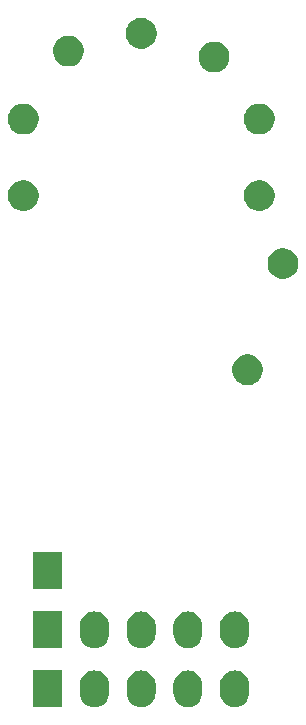
<source format=gbr>
G04 #@! TF.GenerationSoftware,KiCad,Pcbnew,(5.1.4)-1*
G04 #@! TF.CreationDate,2022-04-04T22:54:45-04:00*
G04 #@! TF.ProjectId,CR31,43523331-2e6b-4696-9361-645f70636258,rev?*
G04 #@! TF.SameCoordinates,Original*
G04 #@! TF.FileFunction,Soldermask,Bot*
G04 #@! TF.FilePolarity,Negative*
%FSLAX46Y46*%
G04 Gerber Fmt 4.6, Leading zero omitted, Abs format (unit mm)*
G04 Created by KiCad (PCBNEW (5.1.4)-1) date 2022-04-04 22:54:45*
%MOMM*%
%LPD*%
G04 APERTURE LIST*
%ADD10C,0.100000*%
G04 APERTURE END LIST*
D10*
G36*
X50240337Y-93466739D02*
G01*
X50471439Y-93536843D01*
X50684424Y-93650686D01*
X50871107Y-93803893D01*
X51024314Y-93990575D01*
X51138157Y-94203560D01*
X51208261Y-94434662D01*
X51226000Y-94614771D01*
X51226000Y-95385228D01*
X51208261Y-95565337D01*
X51138157Y-95796440D01*
X51024314Y-96009425D01*
X50871107Y-96196107D01*
X50684425Y-96349314D01*
X50471440Y-96463157D01*
X50240338Y-96533261D01*
X50000000Y-96556932D01*
X49759663Y-96533261D01*
X49528561Y-96463157D01*
X49315576Y-96349314D01*
X49128894Y-96196107D01*
X48975687Y-96009425D01*
X48861843Y-95796440D01*
X48791739Y-95565338D01*
X48774000Y-95385229D01*
X48774000Y-94614772D01*
X48791739Y-94434663D01*
X48861843Y-94203561D01*
X48975686Y-93990576D01*
X49128893Y-93803893D01*
X49315575Y-93650686D01*
X49528560Y-93536843D01*
X49759662Y-93466739D01*
X50000000Y-93443068D01*
X50240337Y-93466739D01*
X50240337Y-93466739D01*
G37*
G36*
X54200337Y-93466739D02*
G01*
X54431439Y-93536843D01*
X54644424Y-93650686D01*
X54831107Y-93803893D01*
X54984314Y-93990575D01*
X55098157Y-94203560D01*
X55168261Y-94434662D01*
X55186000Y-94614771D01*
X55186000Y-95385228D01*
X55168261Y-95565337D01*
X55098157Y-95796440D01*
X54984314Y-96009425D01*
X54831107Y-96196107D01*
X54644425Y-96349314D01*
X54431440Y-96463157D01*
X54200338Y-96533261D01*
X53960000Y-96556932D01*
X53719663Y-96533261D01*
X53488561Y-96463157D01*
X53275576Y-96349314D01*
X53088894Y-96196107D01*
X52935687Y-96009425D01*
X52821843Y-95796440D01*
X52751739Y-95565338D01*
X52734000Y-95385229D01*
X52734000Y-94614772D01*
X52751739Y-94434663D01*
X52821843Y-94203561D01*
X52935686Y-93990576D01*
X53088893Y-93803893D01*
X53275575Y-93650686D01*
X53488560Y-93536843D01*
X53719662Y-93466739D01*
X53960000Y-93443068D01*
X54200337Y-93466739D01*
X54200337Y-93466739D01*
G37*
G36*
X58160337Y-93466739D02*
G01*
X58391439Y-93536843D01*
X58604424Y-93650686D01*
X58791107Y-93803893D01*
X58944314Y-93990575D01*
X59058157Y-94203560D01*
X59128261Y-94434662D01*
X59146000Y-94614771D01*
X59146000Y-95385228D01*
X59128261Y-95565337D01*
X59058157Y-95796440D01*
X58944314Y-96009425D01*
X58791107Y-96196107D01*
X58604425Y-96349314D01*
X58391440Y-96463157D01*
X58160338Y-96533261D01*
X57920000Y-96556932D01*
X57679663Y-96533261D01*
X57448561Y-96463157D01*
X57235576Y-96349314D01*
X57048894Y-96196107D01*
X56895687Y-96009425D01*
X56781843Y-95796440D01*
X56711739Y-95565338D01*
X56694000Y-95385229D01*
X56694000Y-94614772D01*
X56711739Y-94434663D01*
X56781843Y-94203561D01*
X56895686Y-93990576D01*
X57048893Y-93803893D01*
X57235575Y-93650686D01*
X57448560Y-93536843D01*
X57679662Y-93466739D01*
X57920000Y-93443068D01*
X58160337Y-93466739D01*
X58160337Y-93466739D01*
G37*
G36*
X46280337Y-93466739D02*
G01*
X46511439Y-93536843D01*
X46724424Y-93650686D01*
X46911107Y-93803893D01*
X47064314Y-93990575D01*
X47178157Y-94203560D01*
X47248261Y-94434662D01*
X47266000Y-94614771D01*
X47266000Y-95385228D01*
X47248261Y-95565337D01*
X47178157Y-95796440D01*
X47064314Y-96009425D01*
X46911107Y-96196107D01*
X46724425Y-96349314D01*
X46511440Y-96463157D01*
X46280338Y-96533261D01*
X46040000Y-96556932D01*
X45799663Y-96533261D01*
X45568561Y-96463157D01*
X45355576Y-96349314D01*
X45168894Y-96196107D01*
X45015687Y-96009425D01*
X44901843Y-95796440D01*
X44831739Y-95565338D01*
X44814000Y-95385229D01*
X44814000Y-94614772D01*
X44831739Y-94434663D01*
X44901843Y-94203561D01*
X45015686Y-93990576D01*
X45168893Y-93803893D01*
X45355575Y-93650686D01*
X45568560Y-93536843D01*
X45799662Y-93466739D01*
X46040000Y-93443068D01*
X46280337Y-93466739D01*
X46280337Y-93466739D01*
G37*
G36*
X43306000Y-96551000D02*
G01*
X40854000Y-96551000D01*
X40854000Y-93449000D01*
X43306000Y-93449000D01*
X43306000Y-96551000D01*
X43306000Y-96551000D01*
G37*
G36*
X54200337Y-88466739D02*
G01*
X54431439Y-88536843D01*
X54644424Y-88650686D01*
X54831107Y-88803893D01*
X54984314Y-88990575D01*
X55098157Y-89203560D01*
X55168261Y-89434662D01*
X55186000Y-89614771D01*
X55186000Y-90385228D01*
X55168261Y-90565337D01*
X55098157Y-90796440D01*
X54984314Y-91009425D01*
X54831107Y-91196107D01*
X54644425Y-91349314D01*
X54431440Y-91463157D01*
X54200338Y-91533261D01*
X53960000Y-91556932D01*
X53719663Y-91533261D01*
X53488561Y-91463157D01*
X53275576Y-91349314D01*
X53088894Y-91196107D01*
X52935687Y-91009425D01*
X52821843Y-90796440D01*
X52751739Y-90565338D01*
X52734000Y-90385229D01*
X52734000Y-89614772D01*
X52751739Y-89434663D01*
X52821843Y-89203561D01*
X52935686Y-88990576D01*
X53088893Y-88803893D01*
X53275575Y-88650686D01*
X53488560Y-88536843D01*
X53719662Y-88466739D01*
X53960000Y-88443068D01*
X54200337Y-88466739D01*
X54200337Y-88466739D01*
G37*
G36*
X58160337Y-88466739D02*
G01*
X58391439Y-88536843D01*
X58604424Y-88650686D01*
X58791107Y-88803893D01*
X58944314Y-88990575D01*
X59058157Y-89203560D01*
X59128261Y-89434662D01*
X59146000Y-89614771D01*
X59146000Y-90385228D01*
X59128261Y-90565337D01*
X59058157Y-90796440D01*
X58944314Y-91009425D01*
X58791107Y-91196107D01*
X58604425Y-91349314D01*
X58391440Y-91463157D01*
X58160338Y-91533261D01*
X57920000Y-91556932D01*
X57679663Y-91533261D01*
X57448561Y-91463157D01*
X57235576Y-91349314D01*
X57048894Y-91196107D01*
X56895687Y-91009425D01*
X56781843Y-90796440D01*
X56711739Y-90565338D01*
X56694000Y-90385229D01*
X56694000Y-89614772D01*
X56711739Y-89434663D01*
X56781843Y-89203561D01*
X56895686Y-88990576D01*
X57048893Y-88803893D01*
X57235575Y-88650686D01*
X57448560Y-88536843D01*
X57679662Y-88466739D01*
X57920000Y-88443068D01*
X58160337Y-88466739D01*
X58160337Y-88466739D01*
G37*
G36*
X50240337Y-88466739D02*
G01*
X50471439Y-88536843D01*
X50684424Y-88650686D01*
X50871107Y-88803893D01*
X51024314Y-88990575D01*
X51138157Y-89203560D01*
X51208261Y-89434662D01*
X51226000Y-89614771D01*
X51226000Y-90385228D01*
X51208261Y-90565337D01*
X51138157Y-90796440D01*
X51024314Y-91009425D01*
X50871107Y-91196107D01*
X50684425Y-91349314D01*
X50471440Y-91463157D01*
X50240338Y-91533261D01*
X50000000Y-91556932D01*
X49759663Y-91533261D01*
X49528561Y-91463157D01*
X49315576Y-91349314D01*
X49128894Y-91196107D01*
X48975687Y-91009425D01*
X48861843Y-90796440D01*
X48791739Y-90565338D01*
X48774000Y-90385229D01*
X48774000Y-89614772D01*
X48791739Y-89434663D01*
X48861843Y-89203561D01*
X48975686Y-88990576D01*
X49128893Y-88803893D01*
X49315575Y-88650686D01*
X49528560Y-88536843D01*
X49759662Y-88466739D01*
X50000000Y-88443068D01*
X50240337Y-88466739D01*
X50240337Y-88466739D01*
G37*
G36*
X46280337Y-88466739D02*
G01*
X46511439Y-88536843D01*
X46724424Y-88650686D01*
X46911107Y-88803893D01*
X47064314Y-88990575D01*
X47178157Y-89203560D01*
X47248261Y-89434662D01*
X47266000Y-89614771D01*
X47266000Y-90385228D01*
X47248261Y-90565337D01*
X47178157Y-90796440D01*
X47064314Y-91009425D01*
X46911107Y-91196107D01*
X46724425Y-91349314D01*
X46511440Y-91463157D01*
X46280338Y-91533261D01*
X46040000Y-91556932D01*
X45799663Y-91533261D01*
X45568561Y-91463157D01*
X45355576Y-91349314D01*
X45168894Y-91196107D01*
X45015687Y-91009425D01*
X44901843Y-90796440D01*
X44831739Y-90565338D01*
X44814000Y-90385229D01*
X44814000Y-89614772D01*
X44831739Y-89434663D01*
X44901843Y-89203561D01*
X45015686Y-88990576D01*
X45168893Y-88803893D01*
X45355575Y-88650686D01*
X45568560Y-88536843D01*
X45799662Y-88466739D01*
X46040000Y-88443068D01*
X46280337Y-88466739D01*
X46280337Y-88466739D01*
G37*
G36*
X43306000Y-91551000D02*
G01*
X40854000Y-91551000D01*
X40854000Y-88449000D01*
X43306000Y-88449000D01*
X43306000Y-91551000D01*
X43306000Y-91551000D01*
G37*
G36*
X43306000Y-86551000D02*
G01*
X40854000Y-86551000D01*
X40854000Y-83449000D01*
X43306000Y-83449000D01*
X43306000Y-86551000D01*
X43306000Y-86551000D01*
G37*
G36*
X59379487Y-66748996D02*
G01*
X59616253Y-66847068D01*
X59616255Y-66847069D01*
X59829339Y-66989447D01*
X60010553Y-67170661D01*
X60152932Y-67383747D01*
X60251004Y-67620513D01*
X60301000Y-67871861D01*
X60301000Y-68128139D01*
X60251004Y-68379487D01*
X60152932Y-68616253D01*
X60152931Y-68616255D01*
X60010553Y-68829339D01*
X59829339Y-69010553D01*
X59616255Y-69152931D01*
X59616254Y-69152932D01*
X59616253Y-69152932D01*
X59379487Y-69251004D01*
X59128139Y-69301000D01*
X58871861Y-69301000D01*
X58620513Y-69251004D01*
X58383747Y-69152932D01*
X58383746Y-69152932D01*
X58383745Y-69152931D01*
X58170661Y-69010553D01*
X57989447Y-68829339D01*
X57847069Y-68616255D01*
X57847068Y-68616253D01*
X57748996Y-68379487D01*
X57699000Y-68128139D01*
X57699000Y-67871861D01*
X57748996Y-67620513D01*
X57847068Y-67383747D01*
X57989447Y-67170661D01*
X58170661Y-66989447D01*
X58383745Y-66847069D01*
X58383747Y-66847068D01*
X58620513Y-66748996D01*
X58871861Y-66699000D01*
X59128139Y-66699000D01*
X59379487Y-66748996D01*
X59379487Y-66748996D01*
G37*
G36*
X62379487Y-57748996D02*
G01*
X62616253Y-57847068D01*
X62616255Y-57847069D01*
X62829339Y-57989447D01*
X63010553Y-58170661D01*
X63152932Y-58383747D01*
X63251004Y-58620513D01*
X63301000Y-58871861D01*
X63301000Y-59128139D01*
X63251004Y-59379487D01*
X63152932Y-59616253D01*
X63152931Y-59616255D01*
X63010553Y-59829339D01*
X62829339Y-60010553D01*
X62616255Y-60152931D01*
X62616254Y-60152932D01*
X62616253Y-60152932D01*
X62379487Y-60251004D01*
X62128139Y-60301000D01*
X61871861Y-60301000D01*
X61620513Y-60251004D01*
X61383747Y-60152932D01*
X61383746Y-60152932D01*
X61383745Y-60152931D01*
X61170661Y-60010553D01*
X60989447Y-59829339D01*
X60847069Y-59616255D01*
X60847068Y-59616253D01*
X60748996Y-59379487D01*
X60699000Y-59128139D01*
X60699000Y-58871861D01*
X60748996Y-58620513D01*
X60847068Y-58383747D01*
X60989447Y-58170661D01*
X61170661Y-57989447D01*
X61383745Y-57847069D01*
X61383747Y-57847068D01*
X61620513Y-57748996D01*
X61871861Y-57699000D01*
X62128139Y-57699000D01*
X62379487Y-57748996D01*
X62379487Y-57748996D01*
G37*
G36*
X60365580Y-51993674D02*
G01*
X60602346Y-52091746D01*
X60602348Y-52091747D01*
X60815432Y-52234125D01*
X60996646Y-52415339D01*
X61139025Y-52628425D01*
X61237097Y-52865191D01*
X61287093Y-53116539D01*
X61287093Y-53372817D01*
X61237097Y-53624165D01*
X61139025Y-53860931D01*
X61139024Y-53860933D01*
X60996646Y-54074017D01*
X60815432Y-54255231D01*
X60602348Y-54397609D01*
X60602347Y-54397610D01*
X60602346Y-54397610D01*
X60365580Y-54495682D01*
X60114232Y-54545678D01*
X59857954Y-54545678D01*
X59606606Y-54495682D01*
X59369840Y-54397610D01*
X59369839Y-54397610D01*
X59369838Y-54397609D01*
X59156754Y-54255231D01*
X58975540Y-54074017D01*
X58833162Y-53860933D01*
X58833161Y-53860931D01*
X58735089Y-53624165D01*
X58685093Y-53372817D01*
X58685093Y-53116539D01*
X58735089Y-52865191D01*
X58833161Y-52628425D01*
X58975540Y-52415339D01*
X59156754Y-52234125D01*
X59369838Y-52091747D01*
X59369840Y-52091746D01*
X59606606Y-51993674D01*
X59857954Y-51943678D01*
X60114232Y-51943678D01*
X60365580Y-51993674D01*
X60365580Y-51993674D01*
G37*
G36*
X40393394Y-51993674D02*
G01*
X40630160Y-52091746D01*
X40630162Y-52091747D01*
X40843246Y-52234125D01*
X41024460Y-52415339D01*
X41166839Y-52628425D01*
X41264911Y-52865191D01*
X41314907Y-53116539D01*
X41314907Y-53372817D01*
X41264911Y-53624165D01*
X41166839Y-53860931D01*
X41166838Y-53860933D01*
X41024460Y-54074017D01*
X40843246Y-54255231D01*
X40630162Y-54397609D01*
X40630161Y-54397610D01*
X40630160Y-54397610D01*
X40393394Y-54495682D01*
X40142046Y-54545678D01*
X39885768Y-54545678D01*
X39634420Y-54495682D01*
X39397654Y-54397610D01*
X39397653Y-54397610D01*
X39397652Y-54397609D01*
X39184568Y-54255231D01*
X39003354Y-54074017D01*
X38860976Y-53860933D01*
X38860975Y-53860931D01*
X38762903Y-53624165D01*
X38712907Y-53372817D01*
X38712907Y-53116539D01*
X38762903Y-52865191D01*
X38860975Y-52628425D01*
X39003354Y-52415339D01*
X39184568Y-52234125D01*
X39397652Y-52091747D01*
X39397654Y-52091746D01*
X39634420Y-51993674D01*
X39885768Y-51943678D01*
X40142046Y-51943678D01*
X40393394Y-51993674D01*
X40393394Y-51993674D01*
G37*
G36*
X60365580Y-45504318D02*
G01*
X60602346Y-45602390D01*
X60602348Y-45602391D01*
X60815432Y-45744769D01*
X60996646Y-45925983D01*
X61139025Y-46139069D01*
X61237097Y-46375835D01*
X61287093Y-46627183D01*
X61287093Y-46883461D01*
X61237097Y-47134809D01*
X61139025Y-47371575D01*
X61139024Y-47371577D01*
X60996646Y-47584661D01*
X60815432Y-47765875D01*
X60602348Y-47908253D01*
X60602347Y-47908254D01*
X60602346Y-47908254D01*
X60365580Y-48006326D01*
X60114232Y-48056322D01*
X59857954Y-48056322D01*
X59606606Y-48006326D01*
X59369840Y-47908254D01*
X59369839Y-47908254D01*
X59369838Y-47908253D01*
X59156754Y-47765875D01*
X58975540Y-47584661D01*
X58833162Y-47371577D01*
X58833161Y-47371575D01*
X58735089Y-47134809D01*
X58685093Y-46883461D01*
X58685093Y-46627183D01*
X58735089Y-46375835D01*
X58833161Y-46139069D01*
X58975540Y-45925983D01*
X59156754Y-45744769D01*
X59369838Y-45602391D01*
X59369840Y-45602390D01*
X59606606Y-45504318D01*
X59857954Y-45454322D01*
X60114232Y-45454322D01*
X60365580Y-45504318D01*
X60365580Y-45504318D01*
G37*
G36*
X40393394Y-45504318D02*
G01*
X40630160Y-45602390D01*
X40630162Y-45602391D01*
X40843246Y-45744769D01*
X41024460Y-45925983D01*
X41166839Y-46139069D01*
X41264911Y-46375835D01*
X41314907Y-46627183D01*
X41314907Y-46883461D01*
X41264911Y-47134809D01*
X41166839Y-47371575D01*
X41166838Y-47371577D01*
X41024460Y-47584661D01*
X40843246Y-47765875D01*
X40630162Y-47908253D01*
X40630161Y-47908254D01*
X40630160Y-47908254D01*
X40393394Y-48006326D01*
X40142046Y-48056322D01*
X39885768Y-48056322D01*
X39634420Y-48006326D01*
X39397654Y-47908254D01*
X39397653Y-47908254D01*
X39397652Y-47908253D01*
X39184568Y-47765875D01*
X39003354Y-47584661D01*
X38860976Y-47371577D01*
X38860975Y-47371575D01*
X38762903Y-47134809D01*
X38712907Y-46883461D01*
X38712907Y-46627183D01*
X38762903Y-46375835D01*
X38860975Y-46139069D01*
X39003354Y-45925983D01*
X39184568Y-45744769D01*
X39397652Y-45602391D01*
X39397654Y-45602390D01*
X39634420Y-45504318D01*
X39885768Y-45454322D01*
X40142046Y-45454322D01*
X40393394Y-45504318D01*
X40393394Y-45504318D01*
G37*
G36*
X56551232Y-40254318D02*
G01*
X56787998Y-40352390D01*
X56788000Y-40352391D01*
X57001084Y-40494769D01*
X57182298Y-40675983D01*
X57313181Y-40871863D01*
X57324677Y-40889069D01*
X57422749Y-41125835D01*
X57472745Y-41377183D01*
X57472745Y-41633461D01*
X57422749Y-41884809D01*
X57370664Y-42010553D01*
X57324676Y-42121577D01*
X57182298Y-42334661D01*
X57001084Y-42515875D01*
X56788000Y-42658253D01*
X56787999Y-42658254D01*
X56787998Y-42658254D01*
X56551232Y-42756326D01*
X56299884Y-42806322D01*
X56043606Y-42806322D01*
X55792258Y-42756326D01*
X55555492Y-42658254D01*
X55555491Y-42658254D01*
X55555490Y-42658253D01*
X55342406Y-42515875D01*
X55161192Y-42334661D01*
X55018814Y-42121577D01*
X54972826Y-42010553D01*
X54920741Y-41884809D01*
X54870745Y-41633461D01*
X54870745Y-41377183D01*
X54920741Y-41125835D01*
X55018813Y-40889069D01*
X55030310Y-40871863D01*
X55161192Y-40675983D01*
X55342406Y-40494769D01*
X55555490Y-40352391D01*
X55555492Y-40352390D01*
X55792258Y-40254318D01*
X56043606Y-40204322D01*
X56299884Y-40204322D01*
X56551232Y-40254318D01*
X56551232Y-40254318D01*
G37*
G36*
X44207742Y-39748996D02*
G01*
X44444508Y-39847068D01*
X44444510Y-39847069D01*
X44657594Y-39989447D01*
X44838808Y-40170661D01*
X44861300Y-40204322D01*
X44981187Y-40383747D01*
X45079259Y-40620513D01*
X45129255Y-40871861D01*
X45129255Y-41128139D01*
X45079259Y-41379487D01*
X44981187Y-41616253D01*
X44981186Y-41616255D01*
X44838808Y-41829339D01*
X44657594Y-42010553D01*
X44444510Y-42152931D01*
X44444509Y-42152932D01*
X44444508Y-42152932D01*
X44207742Y-42251004D01*
X43956394Y-42301000D01*
X43700116Y-42301000D01*
X43448768Y-42251004D01*
X43212002Y-42152932D01*
X43212001Y-42152932D01*
X43212000Y-42152931D01*
X42998916Y-42010553D01*
X42817702Y-41829339D01*
X42675324Y-41616255D01*
X42675323Y-41616253D01*
X42577251Y-41379487D01*
X42527255Y-41128139D01*
X42527255Y-40871861D01*
X42577251Y-40620513D01*
X42675323Y-40383747D01*
X42795211Y-40204322D01*
X42817702Y-40170661D01*
X42998916Y-39989447D01*
X43212000Y-39847069D01*
X43212002Y-39847068D01*
X43448768Y-39748996D01*
X43700116Y-39699000D01*
X43956394Y-39699000D01*
X44207742Y-39748996D01*
X44207742Y-39748996D01*
G37*
G36*
X50379487Y-38248996D02*
G01*
X50616253Y-38347068D01*
X50616255Y-38347069D01*
X50829339Y-38489447D01*
X51010553Y-38670661D01*
X51152932Y-38883747D01*
X51251004Y-39120513D01*
X51301000Y-39371861D01*
X51301000Y-39628139D01*
X51251004Y-39879487D01*
X51205457Y-39989447D01*
X51152931Y-40116255D01*
X51010553Y-40329339D01*
X50829339Y-40510553D01*
X50616255Y-40652931D01*
X50616254Y-40652932D01*
X50616253Y-40652932D01*
X50379487Y-40751004D01*
X50128139Y-40801000D01*
X49871861Y-40801000D01*
X49620513Y-40751004D01*
X49383747Y-40652932D01*
X49383746Y-40652932D01*
X49383745Y-40652931D01*
X49170661Y-40510553D01*
X48989447Y-40329339D01*
X48847069Y-40116255D01*
X48794543Y-39989447D01*
X48748996Y-39879487D01*
X48699000Y-39628139D01*
X48699000Y-39371861D01*
X48748996Y-39120513D01*
X48847068Y-38883747D01*
X48989447Y-38670661D01*
X49170661Y-38489447D01*
X49383745Y-38347069D01*
X49383747Y-38347068D01*
X49620513Y-38248996D01*
X49871861Y-38199000D01*
X50128139Y-38199000D01*
X50379487Y-38248996D01*
X50379487Y-38248996D01*
G37*
M02*

</source>
